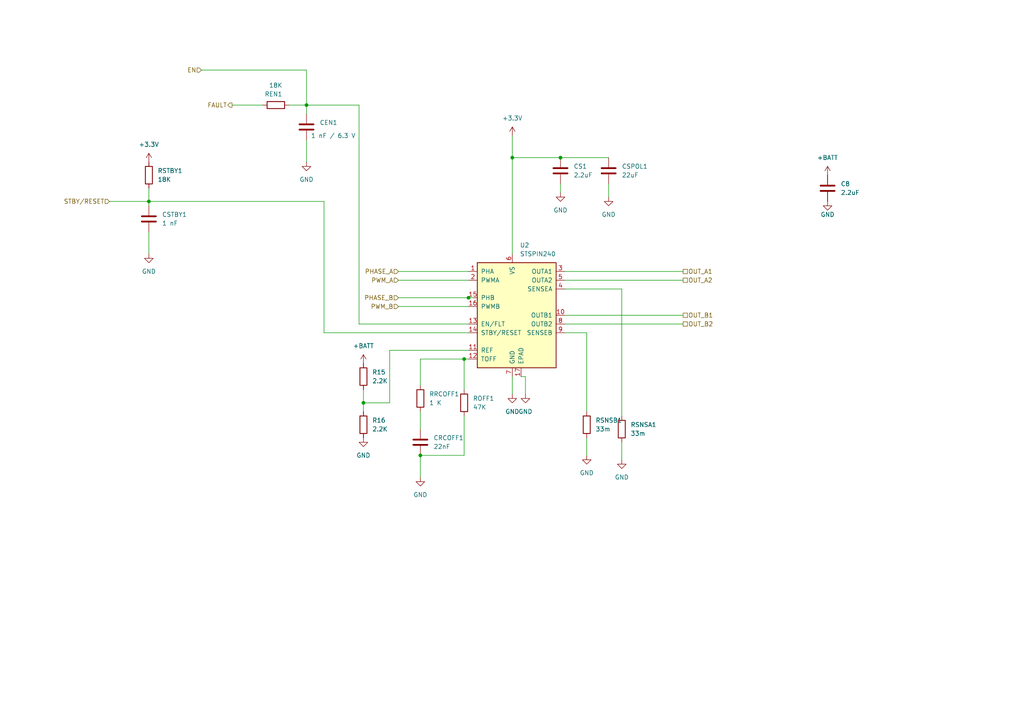
<source format=kicad_sch>
(kicad_sch (version 20230121) (generator eeschema)
  (paper "A4")
  (lib_symbols
    (symbol "Device:C" (pin_numbers hide) (pin_names (offset 0.254))
      (property "Reference" "C" (at 0.635 2.54 0))
      (property "Value" "C" (at 0.635 -2.54 0))
      (symbol "C_0_1"
        (polyline (pts (xy -2.032 -0.762) (xy 2.032 -0.762)) (stroke (width 0.508)))
        (polyline (pts (xy -2.032 0.762) (xy 2.032 0.762)) (stroke (width 0.508)))
      )
      (symbol "C_1_1"
        (pin passive line (at 0 3.81 270) (length 2.794) (name "~") (number "1"))
        (pin passive line (at 0 -3.81 90) (length 2.794) (name "~") (number "2"))
      )
    )
    (symbol "Device:R" (pin_numbers hide) (pin_names (offset 0))
      (property "Reference" "R" (at 2.032 0 90))
      (property "Value" "R" (at 0 0 90))
      (symbol "R_0_1"
        (rectangle (start -1.016 -2.54) (end 1.016 2.54) (stroke (width 0.254)))
      )
      (symbol "R_1_1"
        (pin passive line (at 0 3.81 270) (length 1.27) (name "~") (number "1"))
        (pin passive line (at 0 -3.81 90) (length 1.27) (name "~") (number "2"))
      )
    )
    (symbol "Driver_Motor:STSPIN240" (pin_names (offset 1.016))
      (property "Reference" "U" (at -10.16 16.51 0))
      (property "Value" "STSPIN240" (at 5.08 16.51 0))
      (symbol "STSPIN240_0_1"
        (rectangle (start -10.16 15.24) (end 12.7 -15.24) (stroke (width 0.254)) (fill (type background)))
      )
      (symbol "STSPIN240_1_1"
        (pin input line (at -12.7 12.7 0) (length 2.54) (name "PHA") (number "1"))
        (pin power_out line (at 15.24 0 180) (length 2.54) (name "OUTB1") (number "10"))
        (pin input line (at -12.7 -10.16 0) (length 2.54) (name "REF") (number "11"))
        (pin input line (at -12.7 -12.7 0) (length 2.54) (name "TOFF") (number "12"))
        (pin bidirectional line (at -12.7 -2.54 0) (length 2.54) (name "EN/FLT") (number "13"))
        (pin input line (at -12.7 -5.08 0) (length 2.54) (name "STBY/RESET") (number "14"))
        (pin input line (at -12.7 5.08 0) (length 2.54) (name "PHB") (number "15"))
        (pin input line (at -12.7 2.54 0) (length 2.54) (name "PWMB") (number "16"))
        (pin power_in line (at 2.54 -17.78 90) (length 2.54) (name "EPAD") (number "17"))
        (pin input line (at -12.7 10.16 0) (length 2.54) (name "PWMA") (number "2"))
        (pin power_out line (at 15.24 12.7 180) (length 2.54) (name "OUTA1") (number "3"))
        (pin power_out line (at 15.24 7.62 180) (length 2.54) (name "SENSEA") (number "4"))
        (pin power_out line (at 15.24 10.16 180) (length 2.54) (name "OUTA2") (number "5"))
        (pin power_in line (at 0 17.78 270) (length 2.54) (name "VS") (number "6"))
        (pin power_in line (at 0 -17.78 90) (length 2.54) (name "GND") (number "7"))
        (pin power_out line (at 15.24 -2.54 180) (length 2.54) (name "OUTB2") (number "8"))
        (pin power_out line (at 15.24 -5.08 180) (length 2.54) (name "SENSEB") (number "9"))
      )
    )
    (symbol "power:+3.3V" (power) (pin_names (offset 0))
      (property "Value" "+3.3V" (at 0 3.556 0))
      (symbol "+3.3V_0_1"
        (polyline (pts (xy -0.762 1.27) (xy 0 2.54)))
        (polyline (pts (xy 0 0) (xy 0 2.54)))
        (polyline (pts (xy 0 2.54) (xy 0.762 1.27)))
      )
      (symbol "+3.3V_1_1"
        (pin power_in line (at 0 0 90) (length 0) hide (name "+3.3V") (number "1"))
      )
    )
    (symbol "power:+BATT" (power) (pin_names (offset 0))
      (property "Value" "+BATT" (at 0 3.556 0))
      (symbol "+BATT_0_1"
        (polyline (pts (xy -0.762 1.27) (xy 0 2.54)))
        (polyline (pts (xy 0 0) (xy 0 2.54)))
        (polyline (pts (xy 0 2.54) (xy 0.762 1.27)))
      )
      (symbol "+BATT_1_1"
        (pin power_in line (at 0 0 90) (length 0) hide (name "+BATT") (number "1"))
      )
    )
    (symbol "power:GND" (power) (pin_names (offset 0))
      (property "Value" "GND" (at 0 -3.81 0))
      (symbol "GND_0_1"
        (polyline (pts (xy 0 0) (xy 0 -1.27) (xy 1.27 -1.27) (xy 0 -2.54) (xy -1.27 -1.27) (xy 0 -1.27)))
      )
      (symbol "GND_1_1"
        (pin power_in line (at 0 0 270) (length 0) hide (name "GND") (number "1"))
      )
    )
  )
  (junction (at 105.41 116.84))
  (junction (at 88.9 30.48))
  (junction (at 43.18 58.42))
  (junction (at 135.89 86.36))
  (junction (at 121.92 132.08))
  (junction (at 162.56 45.72))
  (junction (at 148.59 45.72))
  (junction (at 134.62 104.14))
  (wire (pts (xy 162.56 53.34) (xy 162.56 55.88)))
  (wire (pts (xy 148.59 39.37) (xy 148.59 45.72)))
  (wire (pts (xy 83.82 30.48) (xy 88.9 30.48)))
  (wire (pts (xy 134.62 104.14) (xy 134.62 113.03)))
  (wire (pts (xy 163.83 96.52) (xy 170.18 96.52)))
  (wire (pts (xy 121.92 111.76) (xy 121.92 104.14)))
  (wire (pts (xy 113.03 101.6) (xy 113.03 116.84)))
  (wire (pts (xy 121.92 104.14) (xy 134.62 104.14)))
  (wire (pts (xy 115.57 86.36) (xy 135.89 86.36)))
  (wire (pts (xy 148.59 45.72) (xy 162.56 45.72)))
  (wire (pts (xy 135.89 86.36) (xy 137.16 86.36)))
  (wire (pts (xy 43.18 67.31) (xy 43.18 73.66)))
  (wire (pts (xy 152.4 109.22) (xy 151.13 109.22)))
  (wire (pts (xy 115.57 78.74) (xy 135.89 78.74)))
  (wire (pts (xy 88.9 20.32) (xy 88.9 30.48)))
  (wire (pts (xy 43.18 58.42) (xy 43.18 59.69)))
  (wire (pts (xy 163.83 81.28) (xy 198.12 81.28)))
  (wire (pts (xy 163.83 93.98) (xy 198.12 93.98)))
  (wire (pts (xy 176.53 53.34) (xy 176.53 57.15)))
  (wire (pts (xy 115.57 88.9) (xy 135.89 88.9)))
  (wire (pts (xy 104.14 30.48) (xy 104.14 93.98)))
  (wire (pts (xy 67.31 30.48) (xy 76.2 30.48)))
  (wire (pts (xy 113.03 116.84) (xy 105.41 116.84)))
  (wire (pts (xy 58.42 20.32) (xy 88.9 20.32)))
  (wire (pts (xy 134.62 104.14) (xy 135.89 104.14)))
  (wire (pts (xy 93.98 96.52) (xy 135.89 96.52)))
  (wire (pts (xy 163.83 83.82) (xy 180.34 83.82)))
  (wire (pts (xy 121.92 132.08) (xy 121.92 138.43)))
  (wire (pts (xy 162.56 45.72) (xy 176.53 45.72)))
  (wire (pts (xy 148.59 109.22) (xy 148.59 114.3)))
  (wire (pts (xy 88.9 40.64) (xy 88.9 46.99)))
  (wire (pts (xy 152.4 114.3) (xy 152.4 109.22)))
  (wire (pts (xy 135.89 101.6) (xy 113.03 101.6)))
  (wire (pts (xy 43.18 58.42) (xy 93.98 58.42)))
  (wire (pts (xy 163.83 91.44) (xy 198.12 91.44)))
  (wire (pts (xy 180.34 83.82) (xy 180.34 120.65)))
  (wire (pts (xy 163.83 78.74) (xy 198.12 78.74)))
  (wire (pts (xy 88.9 33.02) (xy 88.9 30.48)))
  (wire (pts (xy 88.9 30.48) (xy 104.14 30.48)))
  (wire (pts (xy 93.98 58.42) (xy 93.98 96.52)))
  (wire (pts (xy 43.18 54.61) (xy 43.18 58.42)))
  (wire (pts (xy 104.14 93.98) (xy 135.89 93.98)))
  (wire (pts (xy 115.57 81.28) (xy 135.89 81.28)))
  (wire (pts (xy 31.75 58.42) (xy 43.18 58.42)))
  (wire (pts (xy 180.34 128.27) (xy 180.34 133.35)))
  (wire (pts (xy 121.92 132.08) (xy 134.62 132.08)))
  (wire (pts (xy 170.18 96.52) (xy 170.18 119.38)))
  (wire (pts (xy 148.59 45.72) (xy 148.59 73.66)))
  (wire (pts (xy 121.92 119.38) (xy 121.92 124.46)))
  (wire (pts (xy 105.41 116.84) (xy 105.41 119.38)))
  (wire (pts (xy 170.18 127) (xy 170.18 132.08)))
  (wire (pts (xy 134.62 120.65) (xy 134.62 132.08)))
  (wire (pts (xy 105.41 113.03) (xy 105.41 116.84)))
  (hierarchical_label "PHASE_A" (shape input) (at 115.57 78.74 180))
  (hierarchical_label "OUT_A2" (shape passive) (at 198.12 81.28 0))
  (hierarchical_label "PWM_A" (shape input) (at 115.57 81.28 180))
  (hierarchical_label "FAULT" (shape output) (at 67.31 30.48 180))
  (hierarchical_label "PHASE_B" (shape input) (at 115.57 86.36 180))
  (hierarchical_label "PWM_B" (shape input) (at 115.57 88.9 180))
  (hierarchical_label "OUT_B2" (shape passive) (at 198.12 93.98 0))
  (hierarchical_label "OUT_A1" (shape passive) (at 198.12 78.74 0))
  (hierarchical_label "OUT_B1" (shape passive) (at 198.12 91.44 0))
  (hierarchical_label "STBY{slash}RESET" (shape input) (at 31.75 58.42 180))
  (hierarchical_label "EN" (shape input) (at 58.42 20.32 180))
  (symbol (lib_id "Device:R") (at 170.18 123.19 0) (unit 1)
    (property "Reference" "RSNSB1" (at 172.72 121.92 0) (effects (justify left)))
    (property "Value" "33m" (at 172.72 124.46 0) (effects (justify left)))
    (property "Footprint" "Resistor_SMD:R_0603_1608Metric" (effects hide))
  )
  (symbol (lib_id "power:GND") (at 121.92 138.43 0) (unit 1)
    (property "Reference" "#PWR012" (effects hide))
    (property "Value" "GND" (at 121.92 143.51 0))
  )
  (symbol (lib_id "Device:R") (at 105.41 109.22 0) (unit 1)
    (property "Reference" "R15" (at 107.95 107.95 0) (effects (justify left)))
    (property "Value" "2.2K" (at 107.95 110.49 0) (effects (justify left)))
    (property "Footprint" "Resistor_SMD:R_0603_1608Metric" (effects hide))
  )
  (symbol (lib_id "Device:C") (at 176.53 49.53 0) (unit 1)
    (property "Reference" "CSPOL1" (at 180.34 48.26 0) (effects (justify left)))
    (property "Value" "22uF" (at 180.34 50.8 0) (effects (justify left)))
    (property "Footprint" "Capacitor_SMD:C_0603_1608Metric" (effects hide))
  )
  (symbol (lib_id "Device:C") (at 121.92 128.27 0) (unit 1)
    (property "Reference" "CRCOFF1" (at 125.73 127 0) (effects (justify left)))
    (property "Value" "22nF" (at 125.73 129.54 0) (effects (justify left)))
    (property "Footprint" "Capacitor_SMD:C_0603_1608Metric" (effects hide))
  )
  (symbol (lib_id "Driver_Motor:STSPIN240") (at 148.59 91.44 0) (unit 1)
    (property "Reference" "U2" (at 150.7841 71.12 0) (effects (justify left)))
    (property "Value" "STSPIN240" (at 150.7841 73.66 0) (effects (justify left)))
    (property "Footprint" "Package_DFN_QFN:VQFN-16-1EP_3x3mm_P0.5mm_EP1.8x1.8mm" (effects hide))
    (property "Datasheet" "www.st.com/resource/en/datasheet/stspin240.pdf" (effects hide))
  )
  (symbol (lib_id "power:+3.3V") (at 43.18 46.99 0) (unit 1)
    (property "Reference" "#PWR021" (effects hide))
    (property "Value" "+3.3V" (at 43.18 41.91 0))
  )
  (symbol (lib_id "power:GND") (at 88.9 46.99 0) (unit 1)
    (property "Reference" "#PWR022" (effects hide))
    (property "Value" "GND" (at 88.9 52.07 0))
  )
  (symbol (lib_id "Device:R") (at 43.18 50.8 0) (unit 1)
    (property "Reference" "RSTBY1" (at 45.72 49.53 0) (effects (justify left)))
    (property "Value" "18K" (at 45.72 52.07 0) (effects (justify left)))
    (property "Footprint" "Resistor_SMD:R_0603_1608Metric" (effects hide))
  )
  (symbol (lib_id "power:GND") (at 180.34 133.35 0) (unit 1)
    (property "Reference" "#PWR017" (effects hide))
    (property "Value" "GND" (at 180.34 138.43 0))
  )
  (symbol (lib_id "Device:R") (at 134.62 116.84 0) (unit 1)
    (property "Reference" "ROFF1" (at 137.16 115.57 0) (effects (justify left)))
    (property "Value" "47K" (at 137.16 118.11 0) (effects (justify left)))
    (property "Footprint" "Resistor_SMD:R_0603_1608Metric" (effects hide))
  )
  (symbol (lib_id "Device:R") (at 105.41 123.19 0) (unit 1)
    (property "Reference" "R16" (at 107.95 121.92 0) (effects (justify left)))
    (property "Value" "2.2K" (at 107.95 124.46 0) (effects (justify left)))
    (property "Footprint" "Resistor_SMD:R_0603_1608Metric" (effects hide))
  )
  (symbol (lib_id "power:GND") (at 162.56 55.88 0) (unit 1)
    (property "Reference" "#PWR018" (effects hide))
    (property "Value" "GND" (at 162.56 60.96 0))
  )
  (symbol (lib_id "power:GND") (at 43.18 73.66 0) (unit 1)
    (property "Reference" "#PWR020" (effects hide))
    (property "Value" "GND" (at 43.18 78.74 0))
  )
  (symbol (lib_id "Device:C") (at 88.9 36.83 0) (unit 1)
    (property "Reference" "CEN1" (at 92.71 35.56 0) (effects (justify left)))
    (property "Value" "1 nF / 6.3 V" (at 90.17 39.37 0) (effects (justify left)))
    (property "Footprint" "Capacitor_SMD:C_0603_1608Metric" (effects hide))
  )
  (symbol (lib_id "Device:R") (at 121.92 115.57 0) (unit 1)
    (property "Reference" "RRCOFF1" (at 124.46 114.3 0) (effects (justify left)))
    (property "Value" "1 K" (at 124.46 116.84 0) (effects (justify left)))
    (property "Footprint" "Resistor_SMD:R_0603_1608Metric" (effects hide))
  )
  (symbol (lib_id "Device:R") (at 180.34 124.46 0) (unit 1)
    (property "Reference" "RSNSA1" (at 182.88 123.19 0) (effects (justify left)))
    (property "Value" "33m" (at 182.88 125.73 0) (effects (justify left)))
    (property "Footprint" "Resistor_SMD:R_0603_1608Metric" (effects hide))
  )
  (symbol (lib_id "power:GND") (at 105.41 127 0) (unit 1)
    (property "Reference" "#PWR024" (effects hide))
    (property "Value" "GND" (at 105.41 132.08 0))
  )
  (symbol (lib_id "Device:C") (at 43.18 63.5 0) (unit 1)
    (property "Reference" "CSTBY1" (at 46.99 62.23 0) (effects (justify left)))
    (property "Value" "1 nF" (at 46.99 64.77 0) (effects (justify left)))
    (property "Footprint" "Capacitor_SMD:C_0603_1608Metric" (effects hide))
  )
  (symbol (lib_id "power:GND") (at 152.4 114.3 0) (unit 1)
    (property "Reference" "#PWR015" (effects hide))
    (property "Value" "GND" (at 152.4 119.38 0))
  )
  (symbol (lib_id "power:+3.3V") (at 148.59 39.37 0) (unit 1)
    (property "Reference" "#PWR016" (effects hide))
    (property "Value" "+3.3V" (at 148.59 34.29 0))
  )
  (symbol (lib_id "Device:C") (at 162.56 49.53 0) (unit 1)
    (property "Reference" "CS1" (at 166.37 48.26 0) (effects (justify left)))
    (property "Value" "2.2uF" (at 166.37 50.8 0) (effects (justify left)))
    (property "Footprint" "Capacitor_SMD:C_0603_1608Metric" (effects hide))
  )
  (symbol (lib_id "power:+BATT") (at 105.41 105.41 0) (unit 1)
    (property "Reference" "#PWR023" (effects hide))
    (property "Value" "+BATT" (at 105.41 100.33 0))
  )
  (symbol (lib_id "Device:R") (at 80.01 30.48 90) (unit 1)
    (property "Reference" "REN1" (at 81.915 27.305 90) (effects (justify left)))
    (property "Value" "18K" (at 81.915 24.765 90) (effects (justify left)))
    (property "Footprint" "Resistor_SMD:R_0603_1608Metric" (effects hide))
  )
  (symbol (lib_id "power:GND") (at 170.18 132.08 0) (unit 1)
    (property "Reference" "#PWR013" (effects hide))
    (property "Value" "GND" (at 170.18 137.16 0))
  )
  (symbol (lib_id "power:GND") (at 176.53 57.15 0) (unit 1)
    (property "Reference" "#PWR019" (effects hide))
    (property "Value" "GND" (at 176.53 62.23 0))
  )
  (symbol (lib_id "power:GND") (at 148.59 114.3 0) (unit 1)
    (property "Reference" "#PWR014" (effects hide))
    (property "Value" "GND" (at 148.59 119.38 0))
  )
  (symbol (lib_id "power:+BATT") (at 240.03 50.8 0) (unit 1)
    (property "Reference" "#PWR038" (effects hide))
    (property "Value" "+BATT" (at 240.03 45.72 0))
    (instances (project "minimouse" (path "" (reference "#PWR038") (unit 1)) (path "" (reference "#PWR033") (unit 1)) (path "" (reference "#PWR044") (unit 1))))
  )
  (symbol (lib_id "power:GND") (at 240.03 58.42 0) (unit 1)
    (property "Reference" "#PWR039" (effects hide))
    (property "Value" "GND" (at 240.03 62.23 0))
    (instances (project "minimouse" (path "" (reference "#PWR039") (unit 1)) (path "" (reference "#PWR040") (unit 1)) (path "" (reference "#PWR045") (unit 1))))
  )
  (symbol (lib_id "Device:C") (at 240.03 54.61 0) (unit 1)
    (property "Reference" "C8" (at 243.84 53.34 0) (effects (justify left)))
    (property "Value" "2.2uF" (at 243.84 55.88 0) (effects (justify left)))
    (property "Footprint" "Capacitor_SMD:C_0603_1608Metric" (effects hide))
    (instances (project "minimouse" (path "" (reference "C8") (unit 1)) (path "" (reference "C7") (unit 1)) (path "" (reference "C10") (unit 1))))
  )
)
</source>
